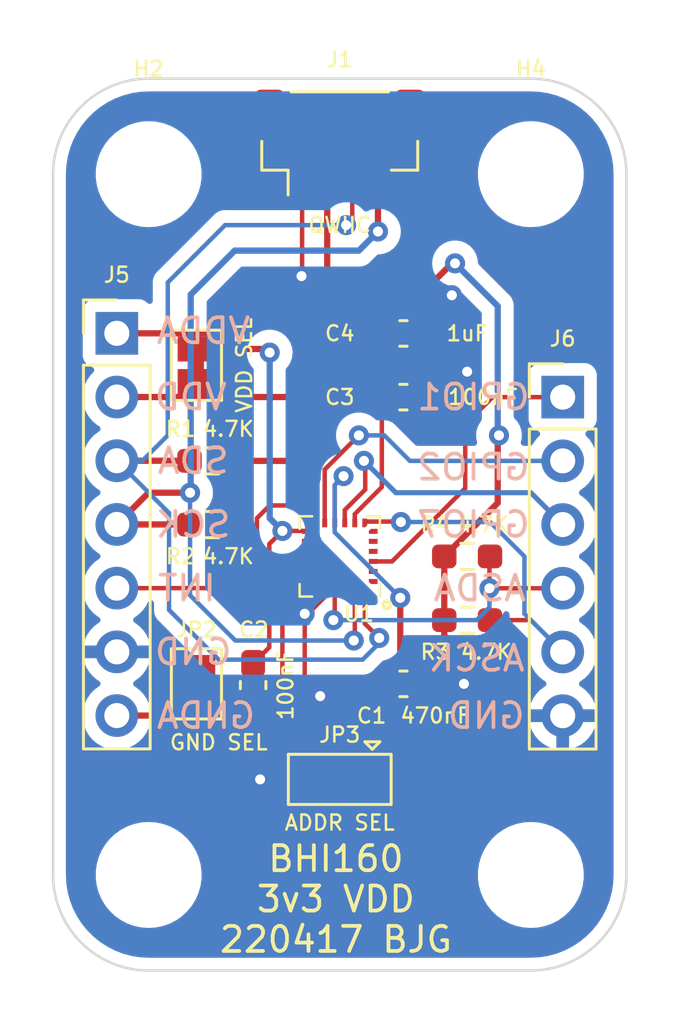
<source format=kicad_pcb>
(kicad_pcb (version 20211014) (generator pcbnew)
  (layers (0 "F.Cu" signal) (31 "B.Cu" signal) (34 "B.Paste" user) (35 "F.Paste" user) (36 "B.SilkS" user "B.Silkscreen") (37 "F.SilkS" user "F.Silkscreen") (38 "B.Mask" user) (39 "F.Mask" user) (44 "Edge.Cuts" user))
  (net 0 "")
  (net 1 "Net-(C1-Pad1)")
  (net 2 "GND")
  (net 3 "VDDA")
  (net 4 "GNDA")
  (net 5 "VDD")
  (net 6 "/SDA")
  (net 7 "/SCK")
  (net 8 "/SA_GPIO7")
  (net 9 "/INT")
  (net 10 "/GPIO1")
  (net 11 "/GPIO2")
  (net 12 "/ASDA")
  (net 13 "/ASCK")
  (footprint "Capacitor_SMD:C_0603_1608Metric_Pad1.08x0.95mm_HandSolder" (layer "F.Cu") (at 172.72 104.14)
    (fp_text reference "C4" (at -2.54 0) (layer "F.SilkS") (effects (font (size 0.6 0.6) (thickness 0.1))))
    (fp_text value "1uF" (at 2.54 0) (layer "F.SilkS") (effects (font (size 0.6 0.6) (thickness 0.1))))
    (fp_line (start -0.146267 0.51) (end 0.146267 0.51) (layer "F.SilkS") (width 0.12))
    (fp_line (start -0.146267 -0.51) (end 0.146267 -0.51) (layer "F.SilkS") (width 0.12))
    (pad "1" smd roundrect (at -0.8625 0) (size 1.075 0.95) (layers "F.Cu" "F.Paste" "F.Mask") (net 5 "VDD"))
    (pad "2" smd roundrect (at 0.8625 0) (size 1.075 0.95) (layers "F.Cu" "F.Paste" "F.Mask") (net 2 "GND"))
  )
  (footprint "Resistor_SMD:R_0603_1608Metric_Pad0.98x0.95mm_HandSolder" (layer "F.Cu") (at 165.1 111.76 180)
    (fp_text reference "R2" (at 1.27 -1.27) (layer "F.SilkS") (effects (font (size 0.6 0.6) (thickness 0.1))))
    (fp_text value "4.7K" (at -0.635 -1.27) (layer "F.SilkS") (effects (font (size 0.6 0.6) (thickness 0.1))))
    (fp_line (start -0.254724 0.5225) (end 0.254724 0.5225) (layer "F.SilkS") (width 0.12))
    (fp_line (start -0.254724 -0.5225) (end 0.254724 -0.5225) (layer "F.SilkS") (width 0.12))
    (pad "1" smd roundrect (at -0.9125 0 180) (size 0.975 0.95) (layers "F.Cu" "F.Paste" "F.Mask") (net 5 "VDD"))
    (pad "2" smd roundrect (at 0.9125 0 180) (size 0.975 0.95) (layers "F.Cu" "F.Paste" "F.Mask") (net 7 "/SCK"))
  )
  (footprint "Jumper:SolderJumper-3_P1.3mm_Bridged12_Pad1.0x1.5mm" (layer "F.Cu") (at 170.18 121.92 180)
    (fp_text reference "JP3" (at 0 1.778) (layer "F.SilkS") (effects (font (size 0.6 0.6) (thickness 0.1))))
    (fp_text value "ADDR SEL" (at 0 -1.7272) (layer "F.SilkS") (effects (font (size 0.6 0.6) (thickness 0.1))))
    (fp_poly (pts (xy -0.9 -0.3) (xy -0.4 -0.3) (xy -0.4 0.3) (xy -0.9 0.3)) (layer "F.Cu") (width 0) (fill solid))
    (fp_line (start -1.3 1.2) (end -1 1.5) (layer "F.SilkS") (width 0.12))
    (fp_line (start 2.05 1) (end -2.05 1) (layer "F.SilkS") (width 0.12))
    (fp_line (start -1.6 1.5) (end -1 1.5) (layer "F.SilkS") (width 0.12))
    (fp_line (start -2.05 1) (end -2.05 -1) (layer "F.SilkS") (width 0.12))
    (fp_line (start 2.05 -1) (end 2.05 1) (layer "F.SilkS") (width 0.12))
    (fp_line (start -1.3 1.2) (end -1.6 1.5) (layer "F.SilkS") (width 0.12))
    (fp_line (start -2.05 -1) (end 2.05 -1) (layer "F.SilkS") (width 0.12))
    (pad "1" smd rect (at -1.3 0 180) (size 1 1.5) (layers "F.Cu" "F.Mask") (net 5 "VDD"))
    (pad "2" smd rect (at 0 0 180) (size 1 1.5) (layers "F.Cu" "F.Mask"))
    (pad "3" smd rect (at 1.3 0 180) (size 1 1.5) (layers "F.Cu" "F.Mask") (net 2 "GND"))
  )
  (footprint "Resistor_SMD:R_0603_1608Metric_Pad0.98x0.95mm_HandSolder" (layer "F.Cu") (at 175.26 115.57)
    (fp_text reference "R3" (at -1.27 1.27) (layer "F.SilkS") (effects (font (size 0.6 0.6) (thickness 0.1))))
    (fp_text value "4.7K" (at 0.762 1.27) (layer "F.SilkS") (effects (font (size 0.6 0.6) (thickness 0.1))))
    (fp_line (start -0.254724 -0.5225) (end 0.254724 -0.5225) (layer "F.SilkS") (width 0.12))
    (fp_line (start -0.254724 0.5225) (end 0.254724 0.5225) (layer "F.SilkS") (width 0.12))
    (pad "1" smd roundrect (at -0.9125 0) (size 0.975 0.95) (layers "F.Cu" "F.Paste" "F.Mask") (net 5 "VDD"))
    (pad "2" smd roundrect (at 0.9125 0) (size 0.975 0.95) (layers "F.Cu" "F.Paste" "F.Mask") (net 13 "/ASCK"))
  )
  (footprint "Jumper:SolderJumper-2_P1.3mm_Bridged_Pad1.0x1.5mm" (layer "F.Cu") (at 164.465 105.41 -90)
    (fp_text reference "JP1")
    (fp_text value "VDD SEL" (at 0 -1.905 90) (layer "F.SilkS") (effects (font (size 0.6 0.6) (thickness 0.1))))
    (fp_poly (pts (xy -0.25 -0.3) (xy 0.25 -0.3) (xy 0.25 0.3) (xy -0.25 0.3)) (layer "F.Cu") (width 0) (fill solid))
    (fp_line (start 1.4 1) (end -1.4 1) (layer "F.SilkS") (width 0.12))
    (fp_line (start -1.4 1) (end -1.4 -1) (layer "F.SilkS") (width 0.12))
    (fp_line (start 1.4 -1) (end 1.4 1) (layer "F.SilkS") (width 0.12))
    (fp_line (start -1.4 -1) (end 1.4 -1) (layer "F.SilkS") (width 0.12))
    (pad "1" smd rect (at -0.65 0 270) (size 1 1.5) (layers "F.Cu" "F.Mask") (net 3 "VDDA"))
    (pad "2" smd rect (at 0.65 0 270) (size 1 1.5) (layers "F.Cu" "F.Mask") (net 5 "VDD"))
  )
  (footprint "MountingHole:MountingHole_3.2mm_M3" (layer "F.Cu") (at 177.8 125.73)
    (fp_text reference "H3")
    (fp_text value "MountingHole")
    (pad "" np_thru_hole circle (at 0 0) (size 3.2 3.2) (drill 3.2) (layers *.Cu *.Mask))
  )
  (footprint "Connector_PinHeader_2.54mm:PinHeader_1x07_P2.54mm_Vertical" (layer "F.Cu") (at 161.29 104.135)
    (fp_text reference "J5" (at 0 -2.33) (layer "F.SilkS") (effects (font (size 0.6 0.6) (thickness 0.1))))
    (fp_text value "Conn_01x07")
    (fp_line (start -1.33 -1.33) (end 0 -1.33) (layer "F.SilkS") (width 0.12))
    (fp_line (start -1.33 0) (end -1.33 -1.33) (layer "F.SilkS") (width 0.12))
    (fp_line (start -1.33 1.27) (end -1.33 16.57) (layer "F.SilkS") (width 0.12))
    (fp_line (start -1.33 16.57) (end 1.33 16.57) (layer "F.SilkS") (width 0.12))
    (fp_line (start 1.33 1.27) (end 1.33 16.57) (layer "F.SilkS") (width 0.12))
    (fp_line (start -1.33 1.27) (end 1.33 1.27) (layer "F.SilkS") (width 0.12))
    (pad "1" thru_hole rect (at 0 0) (size 1.7 1.7) (drill 1) (layers *.Cu *.Mask) (net 3 "VDDA"))
    (pad "2" thru_hole oval (at 0 2.54) (size 1.7 1.7) (drill 1) (layers *.Cu *.Mask) (net 5 "VDD"))
    (pad "3" thru_hole oval (at 0 5.08) (size 1.7 1.7) (drill 1) (layers *.Cu *.Mask) (net 6 "/SDA"))
    (pad "4" thru_hole oval (at 0 7.62) (size 1.7 1.7) (drill 1) (layers *.Cu *.Mask) (net 7 "/SCK"))
    (pad "5" thru_hole oval (at 0 10.16) (size 1.7 1.7) (drill 1) (layers *.Cu *.Mask) (net 9 "/INT"))
    (pad "6" thru_hole oval (at 0 12.7) (size 1.7 1.7) (drill 1) (layers *.Cu *.Mask) (net 2 "GND"))
    (pad "7" thru_hole oval (at 0 15.24) (size 1.7 1.7) (drill 1) (layers *.Cu *.Mask) (net 4 "GNDA"))
  )
  (footprint "Resistor_SMD:R_0603_1608Metric_Pad0.98x0.95mm_HandSolder" (layer "F.Cu") (at 175.26 113.03)
    (fp_text reference "R4" (at -1.27 -1.27) (layer "F.SilkS") (effects (font (size 0.6 0.6) (thickness 0.1))))
    (fp_text value "4.7K" (at 0.635 -1.27) (layer "F.SilkS") (effects (font (size 0.6 0.6) (thickness 0.1))))
    (fp_line (start -0.254724 -0.5225) (end 0.254724 -0.5225) (layer "F.SilkS") (width 0.12))
    (fp_line (start -0.254724 0.5225) (end 0.254724 0.5225) (layer "F.SilkS") (width 0.12))
    (pad "1" smd roundrect (at -0.9125 0) (size 0.975 0.95) (layers "F.Cu" "F.Paste" "F.Mask") (net 5 "VDD"))
    (pad "2" smd roundrect (at 0.9125 0) (size 0.975 0.95) (layers "F.Cu" "F.Paste" "F.Mask") (net 12 "/ASDA"))
  )
  (footprint "Jumper:SolderJumper-2_P1.3mm_Bridged_Pad1.0x1.5mm" (layer "F.Cu") (at 164.465 118.11 -90)
    (fp_text reference "JP2" (at -2.159 0 180) (layer "F.SilkS") (effects (font (size 0.6 0.6) (thickness 0.1))))
    (fp_text value "GND SEL" (at 2.3368 -0.889 180) (layer "F.SilkS") (effects (font (size 0.6 0.6) (thickness 0.1))))
    (fp_poly (pts (xy -0.25 -0.3) (xy 0.25 -0.3) (xy 0.25 0.3) (xy -0.25 0.3)) (layer "F.Cu") (width 0) (fill solid))
    (fp_line (start -1.4 1) (end -1.4 -1) (layer "F.SilkS") (width 0.12))
    (fp_line (start 1.4 1) (end -1.4 1) (layer "F.SilkS") (width 0.12))
    (fp_line (start -1.4 -1) (end 1.4 -1) (layer "F.SilkS") (width 0.12))
    (fp_line (start 1.4 -1) (end 1.4 1) (layer "F.SilkS") (width 0.12))
    (pad "1" smd rect (at -0.65 0 270) (size 1 1.5) (layers "F.Cu" "F.Mask") (net 2 "GND"))
    (pad "2" smd rect (at 0.65 0 270) (size 1 1.5) (layers "F.Cu" "F.Mask") (net 4 "GNDA"))
  )
  (footprint "Connector_JST:JST_SH_BM04B-SRSS-TB_1x04-1MP_P1.00mm_Vertical" (layer "F.Cu") (at 170.18 96.52)
    (fp_text reference "J1" (at 0 -3.3) (layer "F.SilkS") (effects (font (size 0.6 0.6) (thickness 0.1))))
    (fp_text value "QWIIC" (at 0 3.3) (layer "F.SilkS") (effects (font (size 0.6 0.6) (thickness 0.1))))
    (fp_line (start 3.11 -0.04) (end 3.11 1.11) (layer "F.SilkS") (width 0.12))
    (fp_line (start -1.94 -2.01) (end 1.94 -2.01) (layer "F.SilkS") (width 0.12))
    (fp_line (start -3.11 -0.04) (end -3.11 1.11) (layer "F.SilkS") (width 0.12))
    (fp_line (start -2.06 1.11) (end -2.06 2.1) (layer "F.SilkS") (width 0.12))
    (fp_line (start 3.11 1.11) (end 2.06 1.11) (layer "F.SilkS") (width 0.12))
    (fp_line (start -3.11 1.11) (end -2.06 1.11) (layer "F.SilkS") (width 0.12))
    (pad "1" smd roundrect (at -1.5 1.325) (size 0.6 1.55) (layers "F.Cu" "F.Paste" "F.Mask") (net 2 "GND"))
    (pad "2" smd roundrect (at -0.5 1.325) (size 0.6 1.55) (layers "F.Cu" "F.Paste" "F.Mask") (net 5 "VDD"))
    (pad "3" smd roundrect (at 0.5 1.325) (size 0.6 1.55) (layers "F.Cu" "F.Paste" "F.Mask") (net 6 "/SDA"))
    (pad "4" smd roundrect (at 1.5 1.325) (size 0.6 1.55) (layers "F.Cu" "F.Paste" "F.Mask") (net 7 "/SCK"))
    (pad "MP" smd roundrect (at 2.8 -1.2) (size 1.2 1.8) (layers "F.Cu" "F.Paste" "F.Mask") (roundrect_rratio 0.2083333333))
    (pad "MP" smd roundrect (at -2.8 -1.2) (size 1.2 1.8) (layers "F.Cu" "F.Paste" "F.Mask") (roundrect_rratio 0.2083333333))
  )
  (footprint "Capacitor_SMD:C_0603_1608Metric_Pad1.08x0.95mm_HandSolder" (layer "F.Cu") (at 166.7256 118.1608 -90)
    (fp_text reference "C2" (at -2.2098 -0.0254 180) (layer "F.SilkS") (effects (font (size 0.6 0.6) (thickness 0.1))))
    (fp_text value "100nF" (at 0 -1.2954 90) (layer "F.SilkS") (effects (font (size 0.6 0.6) (thickness 0.1))))
    (fp_line (start -0.146267 -0.51) (end 0.146267 -0.51) (layer "F.SilkS") (width 0.12))
    (fp_line (start -0.146267 0.51) (end 0.146267 0.51) (layer "F.SilkS") (width 0.12))
    (pad "1" smd roundrect (at -0.8625 0 270) (size 1.075 0.95) (layers "F.Cu" "F.Paste" "F.Mask") (net 3 "VDDA"))
    (pad "2" smd roundrect (at 0.8625 0 270) (size 1.075 0.95) (layers "F.Cu" "F.Paste" "F.Mask") (net 4 "GNDA"))
  )
  (footprint "MountingHole:MountingHole_3.2mm_M3" (layer "F.Cu") (at 162.56 97.79)
    (fp_text reference "H2" (at 0 -4.2) (layer "F.SilkS") (effects (font (size 0.6 0.6) (thickness 0.1))))
    (fp_text value "MountingHole")
    (pad "" np_thru_hole circle (at 0 0) (size 3.2 3.2) (drill 3.2) (layers *.Cu *.Mask))
  )
  (footprint "Capacitor_SMD:C_0603_1608Metric_Pad1.08x0.95mm_HandSolder" (layer "F.Cu") (at 172.72 106.68)
    (fp_text reference "C3" (at -2.54 0) (layer "F.SilkS") (effects (font (size 0.6 0.6) (thickness 0.1))))
    (fp_text value "100nF" (at 3.175 0) (layer "F.SilkS") (effects (font (size 0.6 0.6) (thickness 0.1))))
    (fp_line (start -0.146267 0.51) (end 0.146267 0.51) (layer "F.SilkS") (width 0.12))
    (fp_line (start -0.146267 -0.51) (end 0.146267 -0.51) (layer "F.SilkS") (width 0.12))
    (pad "1" smd roundrect (at -0.8625 0) (size 1.075 0.95) (layers "F.Cu" "F.Paste" "F.Mask") (net 5 "VDD"))
    (pad "2" smd roundrect (at 0.8625 0) (size 1.075 0.95) (layers "F.Cu" "F.Paste" "F.Mask") (net 2 "GND"))
  )
  (footprint "Resistor_SMD:R_0603_1608Metric_Pad0.98x0.95mm_HandSolder" (layer "F.Cu") (at 165.1 109.22 180)
    (fp_text reference "R1" (at 1.27 1.27) (layer "F.SilkS") (effects (font (size 0.6 0.6) (thickness 0.1))))
    (fp_text value "4.7K" (at -0.635 1.27) (layer "F.SilkS") (effects (font (size 0.6 0.6) (thickness 0.1))))
    (fp_line (start -0.254724 0.5225) (end 0.254724 0.5225) (layer "F.SilkS") (width 0.12))
    (fp_line (start -0.254724 -0.5225) (end 0.254724 -0.5225) (layer "F.SilkS") (width 0.12))
    (pad "1" smd roundrect (at -0.9125 0 180) (size 0.975 0.95) (layers "F.Cu" "F.Paste" "F.Mask") (net 5 "VDD"))
    (pad "2" smd roundrect (at 0.9125 0 180) (size 0.975 0.95) (layers "F.Cu" "F.Paste" "F.Mask") (net 6 "/SDA"))
  )
  (footprint "Connector_PinHeader_2.54mm:PinHeader_1x06_P2.54mm_Vertical" (layer "F.Cu") (at 179.07 106.68)
    (fp_text reference "J6" (at 0 -2.33) (layer "F.SilkS") (effects (font (size 0.6 0.6) (thickness 0.1))))
    (fp_text value "Conn_01x06")
    (fp_line (start -1.33 0) (end -1.33 -1.33) (layer "F.SilkS") (width 0.12))
    (fp_line (start 1.33 1.27) (end 1.33 14.03) (layer "F.SilkS") (width 0.12))
    (fp_line (start -1.33 -1.33) (end 0 -1.33) (layer "F.SilkS") (width 0.12))
    (fp_line (start -1.33 1.27) (end 1.33 1.27) (layer "F.SilkS") (width 0.12))
    (fp_line (start -1.33 14.03) (end 1.33 14.03) (layer "F.SilkS") (width 0.12))
    (fp_line (start -1.33 1.27) (end -1.33 14.03) (layer "F.SilkS") (width 0.12))
    (pad "1" thru_hole rect (at 0 0) (size 1.7 1.7) (drill 1) (layers *.Cu *.Mask) (net 10 "/GPIO1"))
    (pad "2" thru_hole oval (at 0 2.54) (size 1.7 1.7) (drill 1) (layers *.Cu *.Mask) (net 11 "/GPIO2"))
    (pad "3" thru_hole oval (at 0 5.08) (size 1.7 1.7) (drill 1) (layers *.Cu *.Mask) (net 8 "/SA_GPIO7"))
    (pad "4" thru_hole oval (at 0 7.62) (size 1.7 1.7) (drill 1) (layers *.Cu *.Mask) (net 12 "/ASDA"))
    (pad "5" thru_hole oval (at 0 10.16) (size 1.7 1.7) (drill 1) (layers *.Cu *.Mask) (net 13 "/ASCK"))
    (pad "6" thru_hole oval (at 0 12.7) (size 1.7 1.7) (drill 1) (layers *.Cu *.Mask) (net 2 "GND"))
  )
  (footprint "MountingHole:MountingHole_3.2mm_M3" (layer "F.Cu") (at 177.8 97.79)
    (fp_text reference "H4" (at 0 -4.2) (layer "F.SilkS") (effects (font (size 0.6 0.6) (thickness 0.1))))
    (fp_text value "MountingHole")
    (pad "" np_thru_hole circle (at 0 0) (size 3.2 3.2) (drill 3.2) (layers *.Cu *.Mask))
  )
  (footprint "Capacitor_SMD:C_0603_1608Metric_Pad1.08x0.95mm_HandSolder" (layer "F.Cu") (at 172.72 118.11)
    (fp_text reference "C1" (at -1.27 1.27) (layer "F.SilkS") (effects (font (size 0.6 0.6) (thickness 0.1))))
    (fp_text value "470nF" (at 1.27 1.27) (layer "F.SilkS") (effects (font (size 0.6 0.6) (thickness 0.1))))
    (fp_line (start -0.146267 0.51) (end 0.146267 0.51) (layer "F.SilkS") (width 0.12))
    (fp_line (start -0.146267 -0.51) (end 0.146267 -0.51) (layer "F.SilkS") (width 0.12))
    (pad "1" smd roundrect (at -0.8625 0) (size 1.075 0.95) (layers "F.Cu" "F.Paste" "F.Mask") (net 1 "Net-(C1-Pad1)"))
    (pad "2" smd roundrect (at 0.8625 0) (size 1.075 0.95) (layers "F.Cu" "F.Paste" "F.Mask") (net 2 "GND"))
  )
  (footprint "bhi160:LGA-24_3x3mm_P0.4mm" (layer "F.Cu") (at 170.18 113.03 180)
    (fp_text reference "U1" (at -0.762 -2.286) (layer "F.SilkS") (effects (font (size 0.6 0.6) (thickness 0.1))))
    (fp_text value "BHI160")
    (fp_line (start 1.6 1.6) (end 1.6 1.1) (layer "F.SilkS") (width 0.1))
    (fp_line (start 1.6 1.1) (end 1.6 1.6) (layer "F.SilkS") (width 0.1))
    (fp_line (start 1.1 -1.6) (end 1.6 -1.6) (layer "F.SilkS") (width 0.1))
    (fp_line (start 1.6 -1.6) (end 1.6 -1.1) (layer "F.SilkS") (width 0.1))
    (fp_line (start -1.6 -1.6) (end -1.6 -1.1) (layer "F.SilkS") (width 0.1))
    (fp_line (start -1.6 1.6) (end -1.1 1.6) (layer "F.SilkS") (width 0.1))
    (fp_line (start -1.6 1.6) (end -1.6 1.1) (layer "F.SilkS") (width 0.1))
    (fp_line (start 1.6 1.6) (end 1.1 1.6) (layer "F.SilkS") (width 0.1))
    (pad "1" smd roundrect (at -1.335 -1 270) (size 0.2 0.35) (layers "F.Cu" "F.Paste" "F.Mask") (roundrect_rratio 0) (chamfer_ratio 0.41) (chamfer bottom_right))
    (pad "2" smd rect (at -1.335 -0.6 270) (size 0.2 0.35) (layers "F.Cu" "F.Paste" "F.Mask"))
    (pad "3" smd rect (at -1.335 -0.2 270) (size 0.2 0.35) (layers "F.Cu" "F.Paste" "F.Mask") (net 10 "/GPIO1"))
    (pad "4" smd rect (at -1.335 0.2 270) (size 0.2 0.35) (layers "F.Cu" "F.Paste" "F.Mask"))
    (pad "5" smd rect (at -1.335 0.6 270) (size 0.2 0.35) (layers "F.Cu" "F.Paste" "F.Mask"))
    (pad "6" smd roundrect (at -1.335 1 270) (size 0.2 0.35) (layers "F.Cu" "F.Paste" "F.Mask") (roundrect_rratio 0) (chamfer_ratio 0.41) (chamfer bottom_left))
    (pad "7" smd roundrect (at -1 1.335 180) (size 0.2 0.35) (layers "F.Cu" "F.Paste" "F.Mask") (roundrect_rratio 0) (chamfer_ratio 0.41) (chamfer top_left) (net 13 "/ASCK"))
    (pad "8" smd rect (at -0.6 1.335 180) (size 0.2 0.35) (layers "F.Cu" "F.Paste" "F.Mask") (net 5 "VDD"))
    (pad "9" smd rect (at -0.2 1.335 180) (size 0.2 0.35) (layers "F.Cu" "F.Paste" "F.Mask") (net 8 "/SA_GPIO7"))
    (pad "10" smd rect (at 0.2 1.335 180) (size 0.2 0.35) (layers "F.Cu" "F.Paste" "F.Mask") (net 1 "Net-(C1-Pad1)"))
    (pad "11" smd rect (at 0.6 1.335 180) (size 0.2 0.35) (layers "F.Cu" "F.Paste" "F.Mask") (net 11 "/GPIO2"))
    (pad "12" smd roundrect (at 1 1.335 180) (size 0.2 0.35) (layers "F.Cu" "F.Paste" "F.Mask") (roundrect_rratio 0) (chamfer_ratio 0.41) (chamfer top_right) (net 9 "/INT"))
    (pad "13" smd roundrect (at 1.335 1 270) (size 0.2 0.35) (layers "F.Cu" "F.Paste" "F.Mask") (roundrect_rratio 0) (chamfer_ratio 0.41) (chamfer top_left) (net 3 "VDDA"))
    (pad "14" smd rect (at 1.335 0.6 270) (size 0.2 0.35) (layers "F.Cu" "F.Paste" "F.Mask"))
    (pad "15" smd rect (at 1.335 0.2 270) (size 0.2 0.35) (layers "F.Cu" "F.Paste" "F.Mask"))
    (pad "16" smd rect (at 1.335 -0.2 270) (size 0.2 0.35) (layers "F.Cu" "F.Paste" "F.Mask"))
    (pad "17" smd rect (at 1.335 -0.6 270) (size 0.2 0.35) (layers "F.Cu" "F.Paste" "F.Mask"))
    (pad "18" smd roundrect (at 1.335 -1 270) (size 0.2 0.35) (layers "F.Cu" "F.Paste" "F.Mask") (roundrect_rratio 0) (chamfer_ratio 0.41) (chamfer top_right) (net 4 "GNDA"))
    (pad "19" smd roundrect (at 1 -1.335 180) (size 0.2 0.35) (layers "F.Cu" "F.Paste" "F.Mask") (roundrect_rratio 0) (chamfer_ratio 0.41) (chamfer bottom_right))
    (pad "20" smd rect (at 0.6 -1.335 180) (size 0.2 0.35) (layers "F.Cu" "F.Paste" "F.Mask") (net 2 "GND"))
    (pad "21" smd rect (at 0.2 -1.335 180) (size 0.2 0.35) (layers "F.Cu" "F.Paste" "F.Mask") (net 12 "/ASDA"))
    (pad "22" smd rect (at -0.2 -1.335 180) (size 0.2 0.35) (layers "F.Cu" "F.Paste" "F.Mask"))
    (pad "23" smd rect (at -0.6 -1.335 180) (size 0.2 0.35) (layers "F.Cu" "F.Paste" "F.Mask") (net 7 "/SCK"))
    (pad "24" smd roundrect (at -1 -1.335 180) (size 0.2 0.35) (layers "F.Cu" "F.Paste" "F.Mask") (roundrect_rratio 0) (chamfer_ratio 0.41) (chamfer bottom_left) (net 6 "/SDA"))
  )
  (footprint "MountingHole:MountingHole_3.2mm_M3" (layer "F.Cu") (at 162.56 125.73)
    (fp_text reference "H1")
    (fp_text value "MountingHole")
    (pad "" np_thru_hole circle (at 0 0) (size 3.2 3.2) (drill 3.2) (layers *.Cu *.Mask))
  )
  (gr_circle (center 172.0596 114.9604) (end 172.1104 114.9096) (layer "F.SilkS") (width 0.15) (fill none))
  (gr_arc (start 177.8 93.98) (mid 180.494077 95.095923) (end 181.61 97.79) (layer "Edge.Cuts") (width 0.1))
  (gr_arc (start 158.75 97.79) (mid 159.865923 95.095923) (end 162.56 93.98) (layer "Edge.Cuts") (width 0.1))
  (gr_line (start 177.8 129.54) (end 162.56 129.54) (layer "Edge.Cuts") (width 0.1))
  (gr_line (start 162.56 93.98) (end 177.8 93.98) (layer "Edge.Cuts") (width 0.1))
  (gr_arc (start 181.61 125.73) (mid 180.494077 128.424077) (end 177.8 129.54) (layer "Edge.Cuts") (width 0.1))
  (gr_line (start 158.75 125.73) (end 158.75 97.79) (layer "Edge.Cuts") (width 0.1))
  (gr_line (start 181.61 97.79) (end 181.61 125.73) (layer "Edge.Cuts") (width 0.1))
  (gr_arc (start 162.56 129.54) (mid 159.865923 128.424077) (end 158.75 125.73) (layer "Edge.Cuts") (width 0.1))
  (gr_text "GND" (at 176.022 119.38) (layer "B.SilkS") (effects (font (size 1 1)) (justify mirror)))
  (gr_text "GPIO7" (at 175.514 111.76) (layer "B.SilkS") (effects (font (size 1 1)) (justify mirror)))
  (gr_text "VDD" (at 164.2364 106.68) (layer "B.SilkS") (effects (font (size 1 1)) (justify mirror)))
  (gr_text "GNDA" (at 164.846 119.38) (layer "B.SilkS") (effects (font (size 1 1)) (justify mirror)))
  (gr_text "GND" (at 164.338 116.84) (layer "B.SilkS") (effects (font (size 1 1)) (justify mirror)))
  (gr_text "GPIO2" (at 175.514 109.474) (layer "B.SilkS") (effects (font (size 1 1)) (justify mirror)))
  (gr_text "SCK" (at 164.338 111.76) (layer "B.SilkS") (effects (font (size 1 1)) (justify mirror)))
  (gr_text "ASDA" (at 175.768 114.3) (layer "B.SilkS") (effects (font (size 1 1)) (justify mirror)))
  (gr_text "INT" (at 164.084 114.3) (layer "B.SilkS") (effects (font (size 1 1)) (justify mirror)))
  (gr_text "VDDA" (at 164.7444 104.0384) (layer "B.SilkS") (effects (font (size 1 1)) (justify mirror)))
  (gr_text "ASCK" (at 175.641 117.094) (layer "B.SilkS") (effects (font (size 1 1)) (justify mirror)))
  (gr_text "GPIO1" (at 175.514 106.68) (layer "B.SilkS") (effects (font (size 1 1)) (justify mirror)))
  (gr_text "SDA" (at 164.338 109.22) (layer "B.SilkS") (effects (font (size 1 1)) (justify mirror)))
  (gr_text "BHI160\n3v3 VDD\n220417 BJG" (at 170.0276 126.6952) (layer "F.SilkS") (effects (font (size 1 1))))
  (segment (start 170.3324 109.8296) (end 169.98 110.182) (width 0.1778) (layer "F.Cu") (net 1))
  (segment (start 169.98 110.182) (end 169.98 111.695) (width 0.1778) (layer "F.Cu") (net 1))
  (segment (start 172.593 117.3745) (end 172.593 114.681) (width 0.25) (layer "F.Cu") (net 1))
  (segment (start 171.8575 118.11) (end 172.593 117.3745) (width 0.25) (layer "F.Cu") (net 1))
  (via (at 172.593 114.681) (size 0.8) (drill 0.4) (layers "F.Cu" "B.Cu") (net 1))
  (via (at 170.3324 109.8296) (size 0.8) (drill 0.4) (layers "F.Cu" "B.Cu") (net 1))
  (segment (start 170.3324 109.8296) (end 169.9768 110.1852) (width 0.1778) (layer "B.Cu") (net 1))
  (segment (start 169.9768 112.0648) (end 172.593 114.681) (width 0.1778) (layer "B.Cu") (net 1))
  (segment (start 169.9768 110.1852) (end 169.9768 112.0648) (width 0.1778) (layer "B.Cu") (net 1))
  (segment (start 174.6504 102.616) (end 174.6504 103.0721) (width 0.25) (layer "F.Cu") (net 2))
  (segment (start 163.840008 116.834996) (end 164.465 117.459989) (width 0.2286) (layer "F.Cu") (net 2))
  (segment (start 174.244 106.68) (end 175.26 105.664) (width 0.25) (layer "F.Cu") (net 2))
  (segment (start 168.911888 115.316) (end 169.58 114.647888) (width 0.1778) (layer "F.Cu") (net 2))
  (segment (start 168.783 117.983) (end 169.4 118.6) (width 0.1778) (layer "F.Cu") (net 2))
  (segment (start 173.5825 106.68) (end 174.244 106.68) (width 0.25) (layer "F.Cu") (net 2))
  (segment (start 169.58 114.647888) (end 169.58 114.365) (width 0.1778) (layer "F.Cu") (net 2))
  (segment (start 173.5825 118.11) (end 175.133 118.11) (width 0.25) (layer "F.Cu") (net 2))
  (segment (start 161.29 116.834996) (end 163.840008 116.834996) (width 0.2286) (layer "F.Cu") (net 2))
  (segment (start 168.656 101.854) (end 168.68 101.83) (width 0.1778) (layer "F.Cu") (net 2))
  (segment (start 168.68 101.83) (end 168.68 97.845) (width 0.1778) (layer "F.Cu") (net 2))
  (segment (start 168.783 115.316) (end 168.783 117.983) (width 0.1778) (layer "F.Cu") (net 2))
  (segment (start 168.88 121.92) (end 167.005 121.92) (width 0.25) (layer "F.Cu") (net 2))
  (segment (start 174.6504 103.0721) (end 173.5825 104.14) (width 0.25) (layer "F.Cu") (net 2))
  (segment (start 168.783 115.316) (end 168.911888 115.316) (width 0.1778) (layer "F.Cu") (net 2))
  (via (at 168.656 101.854) (size 0.8) (drill 0.4) (layers "F.Cu" "B.Cu") (net 2))
  (via (at 174.6504 102.616) (size 0.8) (drill 0.4) (layers "F.Cu" "B.Cu") (net 2))
  (via (at 175.26 105.664) (size 0.8) (drill 0.4) (layers "F.Cu" "B.Cu") (net 2))
  (via (at 168.783 115.316) (size 0.8) (drill 0.4) (layers "F.Cu" "B.Cu") (net 2))
  (via (at 167.005 121.92) (size 0.8) (drill 0.4) (layers "F.Cu" "B.Cu") (net 2))
  (via (at 175.133 118.11) (size 0.8) (drill 0.4) (layers "F.Cu" "B.Cu") (net 2))
  (via (at 169.4 118.6) (size 0.8) (drill 0.4) (layers "F.Cu" "B.Cu") (net 2))
  (segment (start 167.894 112.014) (end 168.829 112.014) (width 0.1778) (layer "F.Cu") (net 3))
  (segment (start 167.370427 112.537573) (end 167.370427 116.653473) (width 0.1778) (layer "F.Cu") (net 3))
  (segment (start 165.11 104.135) (end 165.735 104.76) (width 0.25) (layer "F.Cu") (net 3))
  (segment (start 168.829 112.014) (end 168.845 112.03) (width 0.1778) (layer "F.Cu") (net 3))
  (segment (start 167.386 104.902) (end 167.244 104.76) (width 0.25) (layer "F.Cu") (net 3))
  (segment (start 167.894 112.014) (end 167.370427 112.537573) (width 0.1778) (layer "F.Cu") (net 3))
  (segment (start 161.29 104.134996) (end 165.110008 104.134996) (width 0.25) (layer "F.Cu") (net 3))
  (segment (start 167.370427 116.653473) (end 166.7256 117.2983) (width 0.1778) (layer "F.Cu") (net 3))
  (segment (start 167.244 104.76) (end 165.735 104.76) (width 0.25) (layer "F.Cu") (net 3))
  (via (at 167.386 104.902) (size 0.8) (drill 0.4) (layers "F.Cu" "B.Cu") (net 3))
  (via (at 167.894 112.014) (size 0.8) (drill 0.4) (layers "F.Cu" "B.Cu") (net 3))
  (segment (start 167.386 111.506) (end 167.386 104.902) (width 0.25) (layer "B.Cu") (net 3))
  (segment (start 167.894 112.014) (end 167.386 111.506) (width 0.25) (layer "B.Cu") (net 3))
  (segment (start 167.894 117.8549) (end 167.894 114.1476) (width 0.1778) (layer "F.Cu") (net 4))
  (segment (start 167.894 114.1476) (end 168.0116 114.03) (width 0.1778) (layer "F.Cu") (net 4))
  (segment (start 164.465 118.76) (end 166.4623 118.76) (width 0.25) (layer "F.Cu") (net 4))
  (segment (start 168.0116 114.03) (end 168.845 114.03) (width 0.1778) (layer "F.Cu") (net 4))
  (segment (start 163.85 119.375) (end 164.465 118.76) (width 0.25) (layer "F.Cu") (net 4))
  (segment (start 166.7256 119.0233) (end 167.894 117.8549) (width 0.1778) (layer "F.Cu") (net 4))
  (segment (start 161.29 119.375) (end 163.85 119.375) (width 0.25) (layer "F.Cu") (net 4))
  (segment (start 166.4623 118.76) (end 166.7256 119.0233) (width 0.25) (layer "F.Cu") (net 4))
  (segment (start 176.276 120.015) (end 176.276 117.094) (width 0.25) (layer "F.Cu") (net 5))
  (segment (start 169.68 105.148) (end 169.68 103.005) (width 0.25) (layer "F.Cu") (net 5))
  (segment (start 174.3475 113.03) (end 174.3475 115.57) (width 0.25) (layer "F.Cu") (net 5))
  (segment (start 169.68 97.845) (end 169.68 103.005) (width 0.25) (layer "F.Cu") (net 5))
  (segment (start 171.48 121.92) (end 174.371 121.92) (width 0.25) (layer "F.Cu") (net 5))
  (segment (start 170.815 104.14) (end 171.8575 104.14) (width 0.25) (layer "F.Cu") (net 5))
  (segment (start 161.29 106.675) (end 168.153 106.675) (width 0.25) (layer "F.Cu") (net 5))
  (segment (start 170.78 111.695) (end 170.78 111.3422) (width 0.1778) (layer "F.Cu") (net 5))
  (segment (start 174.3475 116.1815) (end 174.3475 115.57) (width 0.25) (layer "F.Cu") (net 5))
  (segment (start 175.26 117.094) (end 174.3475 116.1815) (width 0.25) (layer "F.Cu") (net 5))
  (segment (start 170.942 106.68) (end 171.8575 106.68) (width 0.25) (layer "F.Cu") (net 5))
  (segment (start 171.8575 110.2647) (end 171.8575 106.68) (width 0.1778) (layer "F.Cu") (net 5))
  (segment (start 176.276 117.094) (end 175.26 117.094) (width 0.25) (layer "F.Cu") (net 5))
  (segment (start 169.68 103.005) (end 170.815 104.14) (width 0.25) (layer "F.Cu") (net 5))
  (segment (start 174.6515 101.346) (end 171.8575 104.14) (width 0.25) (layer "F.Cu") (net 5))
  (segment (start 168.153 106.675) (end 169.68 105.148) (width 0.25) (layer "F.Cu") (net 5))
  (segment (start 166.0125 109.22) (end 168.402 109.22) (width 0.25) (layer "F.Cu") (net 5))
  (segment (start 166.0125 109.22) (end 166.0125 111.76) (width 0.25) (layer "F.Cu") (net 5))
  (segment (start 176.4792 108.2548) (end 176.4792 110.8983) (width 0.25) (layer "F.Cu") (net 5))
  (segment (start 174.371 121.92) (end 176.276 120.015) (width 0.25) (layer "F.Cu") (net 5))
  (segment (start 176.4792 110.8983) (end 174.3475 113.03) (width 0.25) (layer "F.Cu") (net 5))
  (segment (start 174.7774 101.346) (end 174.6515 101.346) (width 0.25) (layer "F.Cu") (net 5))
  (segment (start 170.78 111.3422) (end 171.8575 110.2647) (width 0.1778) (layer "F.Cu") (net 5))
  (segment (start 168.402 109.22) (end 170.942 106.68) (width 0.25) (layer "F.Cu") (net 5))
  (segment (start 176.53 108.204) (end 176.4792 108.2548) (width 0.25) (layer "F.Cu") (net 5))
  (segment (start 171.8575 104.14) (end 171.8575 106.68) (width 0.25) (layer "F.Cu") (net 5))
  (via (at 174.7774 101.346) (size 0.8) (drill 0.4) (layers "F.Cu" "B.Cu") (net 5))
  (via (at 176.53 108.204) (size 0.8) (drill 0.4) (layers "F.Cu" "B.Cu") (net 5))
  (segment (start 176.4792 103.0478) (end 174.7774 101.346) (width 0.25) (layer "B.Cu") (net 5))
  (segment (start 176.53 108.204) (end 176.4792 108.1532) (width 0.25) (layer "B.Cu") (net 5))
  (segment (start 176.4792 108.1532) (end 176.4792 103.0478) (width 0.25) (layer "B.Cu") (net 5))
  (segment (start 164.1825 109.215) (end 164.1875 109.22) (width 0.25) (layer "F.Cu") (net 6))
  (segment (start 170.68 97.845) (end 170.68 99.576) (width 0.1778) (layer "F.Cu") (net 6))
  (segment (start 171.18 115.7064) (end 171.7548 116.2812) (width 0.1778) (layer "F.Cu") (net 6))
  (segment (start 171.18 114.365) (end 171.18 115.7064) (width 0.1778) (layer "F.Cu") (net 6))
  (segment (start 170.68 99.576) (end 170.434 99.822) (width 0.1778) (layer "F.Cu") (net 6))
  (segment (start 161.29 109.215) (end 164.1825 109.215) (width 0.25) (layer "F.Cu") (net 6))
  (via (at 171.7548 116.2812) (size 0.8) (drill 0.4) (layers "F.Cu" "B.Cu") (net 6))
  (via (at 170.434 99.822) (size 0.8) (drill 0.4) (layers "F.Cu" "B.Cu") (net 6))
  (segment (start 170.434 99.822) (end 165.608 99.822) (width 0.1778) (layer "B.Cu") (net 6))
  (segment (start 165.354 117.1448) (end 163.3728 115.1636) (width 0.1778) (layer "B.Cu") (net 6))
  (segment (start 163.322 102.108) (end 163.322 108.204) (width 0.1778) (layer "B.Cu") (net 6))
  (segment (start 165.608 99.822) (end 163.322 102.108) (width 0.1778) (layer "B.Cu") (net 6))
  (segment (start 162.311 109.215) (end 161.29 109.215) (width 0.1778) (layer "B.Cu") (net 6))
  (segment (start 171.0944 117.1448) (end 165.354 117.1448) (width 0.1778) (layer "B.Cu") (net 6))
  (segment (start 171.7548 116.4844) (end 171.0944 117.1448) (width 0.1778) (layer "B.Cu") (net 6))
  (segment (start 163.3728 115.1636) (end 163.3728 111.2978) (width 0.1778) (layer "B.Cu") (net 6))
  (segment (start 163.322 108.204) (end 162.311 109.215) (width 0.1778) (layer "B.Cu") (net 6))
  (segment (start 171.7548 116.2812) (end 171.7548 116.4844) (width 0.1778) (layer "B.Cu") (net 6))
  (segment (start 163.3728 111.2978) (end 161.29 109.215) (width 0.1778) (layer "B.Cu") (net 6))
  (segment (start 164.1825 111.755) (end 164.1875 111.76) (width 0.25) (layer "F.Cu") (net 7))
  (segment (start 161.29 111.755) (end 162.555 110.49) (width 0.25) (layer "F.Cu") (net 7))
  (segment (start 171.704 97.869) (end 171.68 97.845) (width 0.25) (layer "F.Cu") (net 7))
  (segment (start 171.704 100.076) (end 171.704 97.869) (width 0.25) (layer "F.Cu") (net 7))
  (segment (start 162.555 110.49) (end 164.211 110.49) (width 0.25) (layer "F.Cu") (net 7))
  (segment (start 170.7388 116.3828) (end 170.79158 116.33002) (width 0.1778) (layer "F.Cu") (net 7))
  (segment (start 170.78 114.365) (end 170.78 116.3416) (width 0.1778) (layer "F.Cu") (net 7))
  (segment (start 161.29 111.755) (end 164.1825 111.755) (width 0.25) (layer "F.Cu") (net 7))
  (segment (start 170.78 116.3416) (end 170.7388 116.3828) (width 0.1778) (layer "F.Cu") (net 7))
  (segment (start 170.7388 116.3828) (end 170.804511 116.317089) (width 0.25) (layer "F.Cu") (net 7))
  (via (at 164.211 110.49) (size 0.8) (drill 0.4) (layers "F.Cu" "B.Cu") (net 7))
  (via (at 171.704 100.076) (size 0.8) (drill 0.4) (layers "F.Cu" "B.Cu") (net 7))
  (via (at 170.7388 116.3828) (size 0.8) (drill 0.4) (layers "F.Cu" "B.Cu") (net 7))
  (segment (start 166.0144 116.3828) (end 164.211 114.5794) (width 0.1778) (layer "B.Cu") (net 7))
  (segment (start 165.989 100.838) (end 170.942 100.838) (width 0.25) (layer "B.Cu") (net 7))
  (segment (start 170.942 100.838) (end 171.704 100.076) (width 0.25) (layer "B.Cu") (net 7))
  (segment (start 164.211 114.5794) (end 164.211 110.49) (width 0.1778) (layer "B.Cu") (net 7))
  (segment (start 164.211 110.49) (end 164.2364 110.4646) (width 0.25) (layer "B.Cu") (net 7))
  (segment (start 164.2364 110.4646) (end 164.2364 102.5906) (width 0.25) (layer "B.Cu") (net 7))
  (segment (start 164.2364 102.5906) (end 165.989 100.838) (width 0.25) (layer "B.Cu") (net 7))
  (segment (start 170.7388 116.3828) (end 166.0144 116.3828) (width 0.1778) (layer "B.Cu") (net 7))
  (segment (start 171.1452 109.22) (end 171.196 109.2708) (width 0.1778) (layer "F.Cu") (net 8))
  (segment (start 171.196 109.2708) (end 171.196 110.363) (width 0.1778) (layer "F.Cu") (net 8))
  (segment (start 171.196 110.363) (end 170.38 111.179) (width 0.1778) (layer "F.Cu") (net 8))
  (segment (start 170.38 111.179) (end 170.38 111.695) (width 0.1778) (layer "F.Cu") (net 8))
  (via (at 171.1452 109.22) (size 0.8) (drill 0.4) (layers "F.Cu" "B.Cu") (net 8))
  (segment (start 177.8 110.49) (end 179.07 111.76) (width 0.2032) (layer "B.Cu") (net 8))
  (segment (start 172.4152 110.49) (end 177.8 110.49) (width 0.2032) (layer "B.Cu") (net 8))
  (segment (start 171.1452 109.22) (end 172.4152 110.49) (width 0.2032) (layer "B.Cu") (net 8))
  (segment (start 165.620227 114.295) (end 165.359 114.295) (width 0.1778) (layer "F.Cu") (net 9))
  (segment (start 166.878 113.03) (end 165.613 114.295) (width 0.1778) (layer "F.Cu") (net 9))
  (segment (start 165.613 114.295) (end 165.359 114.295) (width 0.1778) (layer "F.Cu") (net 9))
  (segment (start 166.878 111.506) (end 166.878 113.03) (width 0.1778) (layer "F.Cu") (net 9))
  (segment (start 165.359 114.295) (end 161.29 114.295) (width 0.1778) (layer "F.Cu") (net 9))
  (segment (start 168.483 110.998) (end 167.386 110.998) (width 0.1778) (layer "F.Cu") (net 9))
  (segment (start 169.18 111.695) (end 168.483 110.998) (width 0.1778) (layer "F.Cu") (net 9))
  (segment (start 167.386 110.998) (end 166.878 111.506) (width 0.1778) (layer "F.Cu") (net 9))
  (segment (start 175.1838 107.7722) (end 176.276 106.68) (width 0.1778) (layer "F.Cu") (net 10))
  (segment (start 175.1838 110.3122) (end 175.1838 107.7722) (width 0.1778) (layer "F.Cu") (net 10))
  (segment (start 171.515 113.23) (end 172.266 113.23) (width 0.1778) (layer "F.Cu") (net 10))
  (segment (start 176.276 106.68) (end 179.07 106.68) (width 0.1778) (layer "F.Cu") (net 10))
  (segment (start 172.266 113.23) (end 175.1838 110.3122) (width 0.1778) (layer "F.Cu") (net 10))
  (segment (start 169.58 109.566) (end 170.942 108.204) (width 0.1778) (layer "F.Cu") (net 11))
  (segment (start 169.58 111.695) (end 169.58 109.566) (width 0.1778) (layer "F.Cu") (net 11))
  (via (at 170.942 108.204) (size 0.8) (drill 0.4) (layers "F.Cu" "B.Cu") (net 11))
  (segment (start 171.958 108.204) (end 172.974 109.22) (width 0.1778) (layer "B.Cu") (net 11))
  (segment (start 172.974 109.22) (end 179.07 109.22) (width 0.1778) (layer "B.Cu") (net 11))
  (segment (start 170.942 108.204) (end 171.958 108.204) (width 0.1778) (layer "B.Cu") (net 11))
  (segment (start 169.98 115.516) (end 169.926 115.57) (width 0.1778) (layer "F.Cu") (net 12))
  (segment (start 176.149 114.3) (end 176.149 113.0535) (width 0.1778) (layer "F.Cu") (net 12))
  (segment (start 176.149 113.0535) (end 176.1725 113.03) (width 0.1778) (layer "F.Cu") (net 12))
  (segment (start 169.98 114.365) (end 169.98 115.516) (width 0.1778) (layer "F.Cu") (net 12))
  (segment (start 176.149 114.3) (end 179.07 114.3) (width 0.1778) (layer "F.Cu") (net 12))
  (via (at 169.926 115.57) (size 0.8) (drill 0.4) (layers "F.Cu" "B.Cu") (net 12))
  (via (at 176.149 114.3) (size 0.8) (drill 0.4) (layers "F.Cu" "B.Cu") (net 12))
  (segment (start 175.641 115.57) (end 176.149 115.062) (width 0.1778) (layer "B.Cu") (net 12))
  (segment (start 176.149 115.062) (end 176.149 114.3) (width 0.1778) (layer "B.Cu") (net 12))
  (segment (start 169.926 115.57) (end 175.641 115.57) (width 0.1778) (layer "B.Cu") (net 12))
  (segment (start 172.6184 111.6584) (end 172.60158 111.64158) (width 0.1778) (layer "F.Cu") (net 13))
  (segment (start 177.8 115.57) (end 179.07 116.84) (width 0.1778) (layer "F.Cu") (net 13))
  (segment (start 172.60158 111.64158) (end 171.23342 111.64158) (width 0.1778) (layer "F.Cu") (net 13))
  (segment (start 171.23342 111.64158) (end 171.18 111.695) (width 0.1778) (layer "F.Cu") (net 13))
  (segment (start 176.1725 115.57) (end 177.8 115.57) (width 0.1778) (layer "F.Cu") (net 13))
  (via (at 172.6184 111.6584) (size 0.8) (drill 0.4) (layers "F.Cu" "B.Cu") (net 13))
  (segment (start 177.546 115.316) (end 179.07 116.84) (width 0.1778) (layer "B.Cu") (net 13))
  (segment (start 176.1744 111.6584) (end 177.546 113.03) (width 0.1778) (layer "B.Cu") (net 13))
  (segment (start 177.546 113.03) (end 177.546 115.316) (width 0.1778) (layer "B.Cu") (net 13))
  (segment (start 172.6184 111.6584) (end 176.1744 111.6584) (width 0.1778) (layer "B.Cu") (net 13))
  (zone (net 2) (net_name "GND") (layer "B.Cu") (connect_pads (clearance 0.508)) (min_thickness 0.254) (fill yes (thermal_gap 0.508) (thermal_bridge_width 0.508))
    (polygon (pts (xy 181.61 129.54) (xy 158.75 129.54) (xy 158.75 93.98) (xy 181.61 93.98)))
  )
)
</source>
